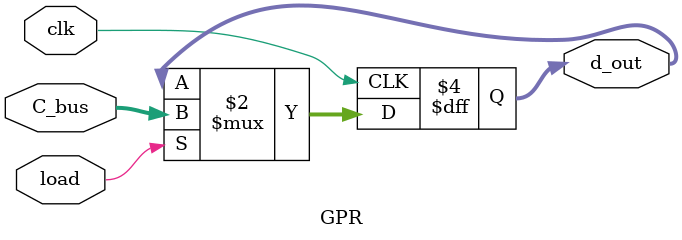
<source format=v>
`timescale 1ns / 1ps
module GPR(
	input clk, load,
	input [23:0] C_bus,
	output reg [23:0] d_out
	);

	always@(posedge clk)
		begin
			if(load)	d_out <= C_bus;
		end


endmodule

</source>
